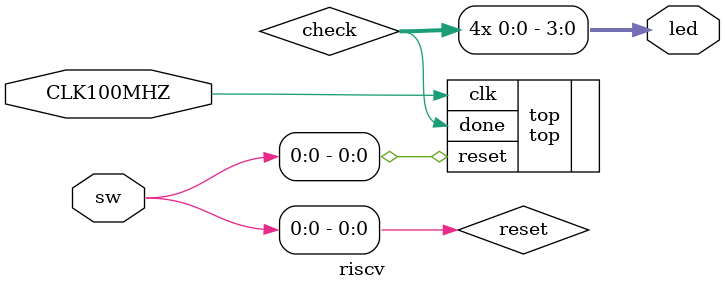
<source format=sv>
`timescale 1ns/1ps

module riscv(CLK100MHZ, sw, led);

    input logic CLK100MHZ;
    input logic [3:0] sw;
    output logic [3:0]led;
    
    logic check;
    logic reset = sw[0];
    
    //logic check_out;
    //assign check = 1;
    
    assign led[0] = check;
    assign led[1] = check;
    assign led[2] = check;
    assign led[3] = check;
    
    top top(.clk(CLK100MHZ), .reset, .done(check));
    //led_logic led_logic(.clk(CLK100MHZ), .done(check), .check_out);
     
endmodule

</source>
